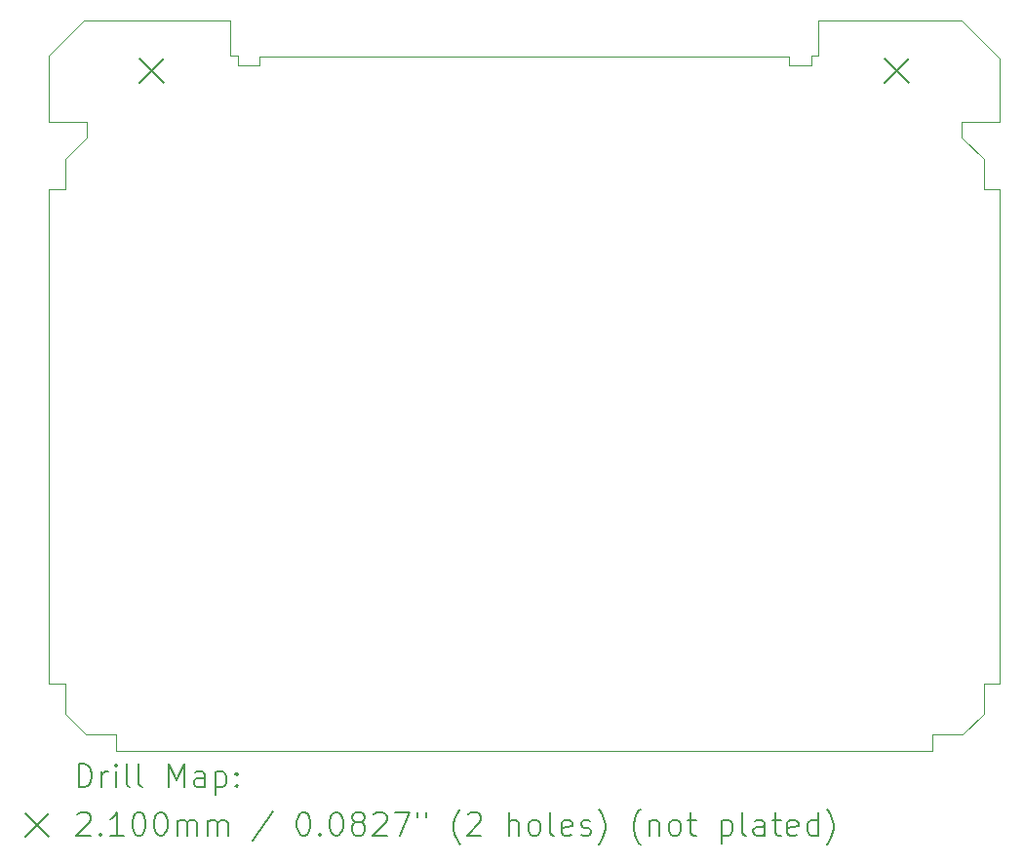
<source format=gbr>
%TF.GenerationSoftware,KiCad,Pcbnew,8.0.0*%
%TF.CreationDate,2024-02-27T09:21:44-08:00*%
%TF.ProjectId,BarnacleBoard,4261726e-6163-46c6-9542-6f6172642e6b,rev?*%
%TF.SameCoordinates,Original*%
%TF.FileFunction,Drillmap*%
%TF.FilePolarity,Positive*%
%FSLAX45Y45*%
G04 Gerber Fmt 4.5, Leading zero omitted, Abs format (unit mm)*
G04 Created by KiCad (PCBNEW 8.0.0) date 2024-02-27 09:21:44*
%MOMM*%
%LPD*%
G01*
G04 APERTURE LIST*
%ADD10C,0.050000*%
%ADD11C,0.200000*%
%ADD12C,0.210000*%
G04 APERTURE END LIST*
D10*
X6362700Y-18148300D02*
X6362700Y-18409920D01*
X6807200Y-18592800D02*
X6807200Y-18732500D01*
X12903200Y-12700000D02*
X12903200Y-12395200D01*
X6223000Y-13855700D02*
X6223000Y-18148300D01*
X14147800Y-13406120D02*
X14147800Y-13271500D01*
X7861300Y-12700000D02*
X7797800Y-12700000D01*
X6527800Y-12395200D02*
X6223000Y-12700000D01*
X6553200Y-13403580D02*
X6362700Y-13594080D01*
X12903200Y-12395200D02*
X14147800Y-12395200D01*
X7797800Y-12395200D02*
X6527800Y-12395200D01*
X14478000Y-12725400D02*
X14478000Y-13271500D01*
X6362700Y-18409920D02*
X6545580Y-18592800D01*
X6807200Y-18732500D02*
X13893800Y-18732500D01*
X6362700Y-13855700D02*
X6223000Y-13855700D01*
X14478000Y-13855700D02*
X14338300Y-13855700D01*
X6223000Y-18148300D02*
X6362700Y-18148300D01*
X14478000Y-18148300D02*
X14478000Y-13855700D01*
X14152880Y-18592800D02*
X14338300Y-18407380D01*
X6553200Y-13271500D02*
X6223000Y-13271500D01*
X14338300Y-18148300D02*
X14478000Y-18148300D01*
X14338300Y-18407380D02*
X14338300Y-18148300D01*
X13893800Y-18592800D02*
X14152880Y-18592800D01*
X14338300Y-13855700D02*
X14338300Y-13596620D01*
X13893800Y-18732500D02*
X13893800Y-18592800D01*
X6223000Y-12700000D02*
X6223000Y-13271500D01*
X6362700Y-13853160D02*
X6362700Y-13855700D01*
X6545580Y-18592800D02*
X6807200Y-18592800D01*
X14338300Y-13596620D02*
X14147800Y-13406120D01*
X6362700Y-13594080D02*
X6362700Y-13853160D01*
X6553200Y-13403580D02*
X6553200Y-13271500D01*
X14147800Y-12395200D02*
X14478000Y-12725400D01*
X14147800Y-13271500D02*
X14478000Y-13271500D01*
X12839700Y-12700000D02*
X12903200Y-12700000D01*
X7797800Y-12700000D02*
X7797800Y-12395200D01*
X7861300Y-12700000D02*
X7861300Y-12781800D01*
X7861500Y-12781800D02*
X8051500Y-12781800D01*
X8051500Y-12701800D02*
X12649500Y-12701800D01*
X8051500Y-12781800D02*
X8051500Y-12701800D01*
X12649500Y-12781800D02*
X12649500Y-12701800D01*
X12839500Y-12781800D02*
X12649500Y-12781800D01*
X12839700Y-12700000D02*
X12839700Y-12781800D01*
D11*
D12*
X7007000Y-12722000D02*
X7217000Y-12932000D01*
X7217000Y-12722000D02*
X7007000Y-12932000D01*
X13481460Y-12722000D02*
X13691460Y-12932000D01*
X13691460Y-12722000D02*
X13481460Y-12932000D01*
D11*
X6481277Y-19046484D02*
X6481277Y-18846484D01*
X6481277Y-18846484D02*
X6528896Y-18846484D01*
X6528896Y-18846484D02*
X6557467Y-18856008D01*
X6557467Y-18856008D02*
X6576515Y-18875055D01*
X6576515Y-18875055D02*
X6586039Y-18894103D01*
X6586039Y-18894103D02*
X6595562Y-18932198D01*
X6595562Y-18932198D02*
X6595562Y-18960770D01*
X6595562Y-18960770D02*
X6586039Y-18998865D01*
X6586039Y-18998865D02*
X6576515Y-19017912D01*
X6576515Y-19017912D02*
X6557467Y-19036960D01*
X6557467Y-19036960D02*
X6528896Y-19046484D01*
X6528896Y-19046484D02*
X6481277Y-19046484D01*
X6681277Y-19046484D02*
X6681277Y-18913150D01*
X6681277Y-18951246D02*
X6690801Y-18932198D01*
X6690801Y-18932198D02*
X6700324Y-18922674D01*
X6700324Y-18922674D02*
X6719372Y-18913150D01*
X6719372Y-18913150D02*
X6738420Y-18913150D01*
X6805086Y-19046484D02*
X6805086Y-18913150D01*
X6805086Y-18846484D02*
X6795562Y-18856008D01*
X6795562Y-18856008D02*
X6805086Y-18865531D01*
X6805086Y-18865531D02*
X6814610Y-18856008D01*
X6814610Y-18856008D02*
X6805086Y-18846484D01*
X6805086Y-18846484D02*
X6805086Y-18865531D01*
X6928896Y-19046484D02*
X6909848Y-19036960D01*
X6909848Y-19036960D02*
X6900324Y-19017912D01*
X6900324Y-19017912D02*
X6900324Y-18846484D01*
X7033658Y-19046484D02*
X7014610Y-19036960D01*
X7014610Y-19036960D02*
X7005086Y-19017912D01*
X7005086Y-19017912D02*
X7005086Y-18846484D01*
X7262229Y-19046484D02*
X7262229Y-18846484D01*
X7262229Y-18846484D02*
X7328896Y-18989341D01*
X7328896Y-18989341D02*
X7395562Y-18846484D01*
X7395562Y-18846484D02*
X7395562Y-19046484D01*
X7576515Y-19046484D02*
X7576515Y-18941722D01*
X7576515Y-18941722D02*
X7566991Y-18922674D01*
X7566991Y-18922674D02*
X7547943Y-18913150D01*
X7547943Y-18913150D02*
X7509848Y-18913150D01*
X7509848Y-18913150D02*
X7490801Y-18922674D01*
X7576515Y-19036960D02*
X7557467Y-19046484D01*
X7557467Y-19046484D02*
X7509848Y-19046484D01*
X7509848Y-19046484D02*
X7490801Y-19036960D01*
X7490801Y-19036960D02*
X7481277Y-19017912D01*
X7481277Y-19017912D02*
X7481277Y-18998865D01*
X7481277Y-18998865D02*
X7490801Y-18979817D01*
X7490801Y-18979817D02*
X7509848Y-18970293D01*
X7509848Y-18970293D02*
X7557467Y-18970293D01*
X7557467Y-18970293D02*
X7576515Y-18960770D01*
X7671753Y-18913150D02*
X7671753Y-19113150D01*
X7671753Y-18922674D02*
X7690801Y-18913150D01*
X7690801Y-18913150D02*
X7728896Y-18913150D01*
X7728896Y-18913150D02*
X7747943Y-18922674D01*
X7747943Y-18922674D02*
X7757467Y-18932198D01*
X7757467Y-18932198D02*
X7766991Y-18951246D01*
X7766991Y-18951246D02*
X7766991Y-19008389D01*
X7766991Y-19008389D02*
X7757467Y-19027436D01*
X7757467Y-19027436D02*
X7747943Y-19036960D01*
X7747943Y-19036960D02*
X7728896Y-19046484D01*
X7728896Y-19046484D02*
X7690801Y-19046484D01*
X7690801Y-19046484D02*
X7671753Y-19036960D01*
X7852705Y-19027436D02*
X7862229Y-19036960D01*
X7862229Y-19036960D02*
X7852705Y-19046484D01*
X7852705Y-19046484D02*
X7843182Y-19036960D01*
X7843182Y-19036960D02*
X7852705Y-19027436D01*
X7852705Y-19027436D02*
X7852705Y-19046484D01*
X7852705Y-18922674D02*
X7862229Y-18932198D01*
X7862229Y-18932198D02*
X7852705Y-18941722D01*
X7852705Y-18941722D02*
X7843182Y-18932198D01*
X7843182Y-18932198D02*
X7852705Y-18922674D01*
X7852705Y-18922674D02*
X7852705Y-18941722D01*
X6020500Y-19275000D02*
X6220500Y-19475000D01*
X6220500Y-19275000D02*
X6020500Y-19475000D01*
X6471753Y-19285531D02*
X6481277Y-19276008D01*
X6481277Y-19276008D02*
X6500324Y-19266484D01*
X6500324Y-19266484D02*
X6547943Y-19266484D01*
X6547943Y-19266484D02*
X6566991Y-19276008D01*
X6566991Y-19276008D02*
X6576515Y-19285531D01*
X6576515Y-19285531D02*
X6586039Y-19304579D01*
X6586039Y-19304579D02*
X6586039Y-19323627D01*
X6586039Y-19323627D02*
X6576515Y-19352198D01*
X6576515Y-19352198D02*
X6462229Y-19466484D01*
X6462229Y-19466484D02*
X6586039Y-19466484D01*
X6671753Y-19447436D02*
X6681277Y-19456960D01*
X6681277Y-19456960D02*
X6671753Y-19466484D01*
X6671753Y-19466484D02*
X6662229Y-19456960D01*
X6662229Y-19456960D02*
X6671753Y-19447436D01*
X6671753Y-19447436D02*
X6671753Y-19466484D01*
X6871753Y-19466484D02*
X6757467Y-19466484D01*
X6814610Y-19466484D02*
X6814610Y-19266484D01*
X6814610Y-19266484D02*
X6795562Y-19295055D01*
X6795562Y-19295055D02*
X6776515Y-19314103D01*
X6776515Y-19314103D02*
X6757467Y-19323627D01*
X6995562Y-19266484D02*
X7014610Y-19266484D01*
X7014610Y-19266484D02*
X7033658Y-19276008D01*
X7033658Y-19276008D02*
X7043182Y-19285531D01*
X7043182Y-19285531D02*
X7052705Y-19304579D01*
X7052705Y-19304579D02*
X7062229Y-19342674D01*
X7062229Y-19342674D02*
X7062229Y-19390293D01*
X7062229Y-19390293D02*
X7052705Y-19428389D01*
X7052705Y-19428389D02*
X7043182Y-19447436D01*
X7043182Y-19447436D02*
X7033658Y-19456960D01*
X7033658Y-19456960D02*
X7014610Y-19466484D01*
X7014610Y-19466484D02*
X6995562Y-19466484D01*
X6995562Y-19466484D02*
X6976515Y-19456960D01*
X6976515Y-19456960D02*
X6966991Y-19447436D01*
X6966991Y-19447436D02*
X6957467Y-19428389D01*
X6957467Y-19428389D02*
X6947943Y-19390293D01*
X6947943Y-19390293D02*
X6947943Y-19342674D01*
X6947943Y-19342674D02*
X6957467Y-19304579D01*
X6957467Y-19304579D02*
X6966991Y-19285531D01*
X6966991Y-19285531D02*
X6976515Y-19276008D01*
X6976515Y-19276008D02*
X6995562Y-19266484D01*
X7186039Y-19266484D02*
X7205086Y-19266484D01*
X7205086Y-19266484D02*
X7224134Y-19276008D01*
X7224134Y-19276008D02*
X7233658Y-19285531D01*
X7233658Y-19285531D02*
X7243182Y-19304579D01*
X7243182Y-19304579D02*
X7252705Y-19342674D01*
X7252705Y-19342674D02*
X7252705Y-19390293D01*
X7252705Y-19390293D02*
X7243182Y-19428389D01*
X7243182Y-19428389D02*
X7233658Y-19447436D01*
X7233658Y-19447436D02*
X7224134Y-19456960D01*
X7224134Y-19456960D02*
X7205086Y-19466484D01*
X7205086Y-19466484D02*
X7186039Y-19466484D01*
X7186039Y-19466484D02*
X7166991Y-19456960D01*
X7166991Y-19456960D02*
X7157467Y-19447436D01*
X7157467Y-19447436D02*
X7147943Y-19428389D01*
X7147943Y-19428389D02*
X7138420Y-19390293D01*
X7138420Y-19390293D02*
X7138420Y-19342674D01*
X7138420Y-19342674D02*
X7147943Y-19304579D01*
X7147943Y-19304579D02*
X7157467Y-19285531D01*
X7157467Y-19285531D02*
X7166991Y-19276008D01*
X7166991Y-19276008D02*
X7186039Y-19266484D01*
X7338420Y-19466484D02*
X7338420Y-19333150D01*
X7338420Y-19352198D02*
X7347943Y-19342674D01*
X7347943Y-19342674D02*
X7366991Y-19333150D01*
X7366991Y-19333150D02*
X7395563Y-19333150D01*
X7395563Y-19333150D02*
X7414610Y-19342674D01*
X7414610Y-19342674D02*
X7424134Y-19361722D01*
X7424134Y-19361722D02*
X7424134Y-19466484D01*
X7424134Y-19361722D02*
X7433658Y-19342674D01*
X7433658Y-19342674D02*
X7452705Y-19333150D01*
X7452705Y-19333150D02*
X7481277Y-19333150D01*
X7481277Y-19333150D02*
X7500324Y-19342674D01*
X7500324Y-19342674D02*
X7509848Y-19361722D01*
X7509848Y-19361722D02*
X7509848Y-19466484D01*
X7605086Y-19466484D02*
X7605086Y-19333150D01*
X7605086Y-19352198D02*
X7614610Y-19342674D01*
X7614610Y-19342674D02*
X7633658Y-19333150D01*
X7633658Y-19333150D02*
X7662229Y-19333150D01*
X7662229Y-19333150D02*
X7681277Y-19342674D01*
X7681277Y-19342674D02*
X7690801Y-19361722D01*
X7690801Y-19361722D02*
X7690801Y-19466484D01*
X7690801Y-19361722D02*
X7700324Y-19342674D01*
X7700324Y-19342674D02*
X7719372Y-19333150D01*
X7719372Y-19333150D02*
X7747943Y-19333150D01*
X7747943Y-19333150D02*
X7766991Y-19342674D01*
X7766991Y-19342674D02*
X7776515Y-19361722D01*
X7776515Y-19361722D02*
X7776515Y-19466484D01*
X8166991Y-19256960D02*
X7995563Y-19514103D01*
X8424134Y-19266484D02*
X8443182Y-19266484D01*
X8443182Y-19266484D02*
X8462229Y-19276008D01*
X8462229Y-19276008D02*
X8471753Y-19285531D01*
X8471753Y-19285531D02*
X8481277Y-19304579D01*
X8481277Y-19304579D02*
X8490801Y-19342674D01*
X8490801Y-19342674D02*
X8490801Y-19390293D01*
X8490801Y-19390293D02*
X8481277Y-19428389D01*
X8481277Y-19428389D02*
X8471753Y-19447436D01*
X8471753Y-19447436D02*
X8462229Y-19456960D01*
X8462229Y-19456960D02*
X8443182Y-19466484D01*
X8443182Y-19466484D02*
X8424134Y-19466484D01*
X8424134Y-19466484D02*
X8405087Y-19456960D01*
X8405087Y-19456960D02*
X8395563Y-19447436D01*
X8395563Y-19447436D02*
X8386039Y-19428389D01*
X8386039Y-19428389D02*
X8376515Y-19390293D01*
X8376515Y-19390293D02*
X8376515Y-19342674D01*
X8376515Y-19342674D02*
X8386039Y-19304579D01*
X8386039Y-19304579D02*
X8395563Y-19285531D01*
X8395563Y-19285531D02*
X8405087Y-19276008D01*
X8405087Y-19276008D02*
X8424134Y-19266484D01*
X8576515Y-19447436D02*
X8586039Y-19456960D01*
X8586039Y-19456960D02*
X8576515Y-19466484D01*
X8576515Y-19466484D02*
X8566991Y-19456960D01*
X8566991Y-19456960D02*
X8576515Y-19447436D01*
X8576515Y-19447436D02*
X8576515Y-19466484D01*
X8709848Y-19266484D02*
X8728896Y-19266484D01*
X8728896Y-19266484D02*
X8747944Y-19276008D01*
X8747944Y-19276008D02*
X8757468Y-19285531D01*
X8757468Y-19285531D02*
X8766991Y-19304579D01*
X8766991Y-19304579D02*
X8776515Y-19342674D01*
X8776515Y-19342674D02*
X8776515Y-19390293D01*
X8776515Y-19390293D02*
X8766991Y-19428389D01*
X8766991Y-19428389D02*
X8757468Y-19447436D01*
X8757468Y-19447436D02*
X8747944Y-19456960D01*
X8747944Y-19456960D02*
X8728896Y-19466484D01*
X8728896Y-19466484D02*
X8709848Y-19466484D01*
X8709848Y-19466484D02*
X8690801Y-19456960D01*
X8690801Y-19456960D02*
X8681277Y-19447436D01*
X8681277Y-19447436D02*
X8671753Y-19428389D01*
X8671753Y-19428389D02*
X8662229Y-19390293D01*
X8662229Y-19390293D02*
X8662229Y-19342674D01*
X8662229Y-19342674D02*
X8671753Y-19304579D01*
X8671753Y-19304579D02*
X8681277Y-19285531D01*
X8681277Y-19285531D02*
X8690801Y-19276008D01*
X8690801Y-19276008D02*
X8709848Y-19266484D01*
X8890801Y-19352198D02*
X8871753Y-19342674D01*
X8871753Y-19342674D02*
X8862229Y-19333150D01*
X8862229Y-19333150D02*
X8852706Y-19314103D01*
X8852706Y-19314103D02*
X8852706Y-19304579D01*
X8852706Y-19304579D02*
X8862229Y-19285531D01*
X8862229Y-19285531D02*
X8871753Y-19276008D01*
X8871753Y-19276008D02*
X8890801Y-19266484D01*
X8890801Y-19266484D02*
X8928896Y-19266484D01*
X8928896Y-19266484D02*
X8947944Y-19276008D01*
X8947944Y-19276008D02*
X8957468Y-19285531D01*
X8957468Y-19285531D02*
X8966991Y-19304579D01*
X8966991Y-19304579D02*
X8966991Y-19314103D01*
X8966991Y-19314103D02*
X8957468Y-19333150D01*
X8957468Y-19333150D02*
X8947944Y-19342674D01*
X8947944Y-19342674D02*
X8928896Y-19352198D01*
X8928896Y-19352198D02*
X8890801Y-19352198D01*
X8890801Y-19352198D02*
X8871753Y-19361722D01*
X8871753Y-19361722D02*
X8862229Y-19371246D01*
X8862229Y-19371246D02*
X8852706Y-19390293D01*
X8852706Y-19390293D02*
X8852706Y-19428389D01*
X8852706Y-19428389D02*
X8862229Y-19447436D01*
X8862229Y-19447436D02*
X8871753Y-19456960D01*
X8871753Y-19456960D02*
X8890801Y-19466484D01*
X8890801Y-19466484D02*
X8928896Y-19466484D01*
X8928896Y-19466484D02*
X8947944Y-19456960D01*
X8947944Y-19456960D02*
X8957468Y-19447436D01*
X8957468Y-19447436D02*
X8966991Y-19428389D01*
X8966991Y-19428389D02*
X8966991Y-19390293D01*
X8966991Y-19390293D02*
X8957468Y-19371246D01*
X8957468Y-19371246D02*
X8947944Y-19361722D01*
X8947944Y-19361722D02*
X8928896Y-19352198D01*
X9043182Y-19285531D02*
X9052706Y-19276008D01*
X9052706Y-19276008D02*
X9071753Y-19266484D01*
X9071753Y-19266484D02*
X9119372Y-19266484D01*
X9119372Y-19266484D02*
X9138420Y-19276008D01*
X9138420Y-19276008D02*
X9147944Y-19285531D01*
X9147944Y-19285531D02*
X9157468Y-19304579D01*
X9157468Y-19304579D02*
X9157468Y-19323627D01*
X9157468Y-19323627D02*
X9147944Y-19352198D01*
X9147944Y-19352198D02*
X9033658Y-19466484D01*
X9033658Y-19466484D02*
X9157468Y-19466484D01*
X9224134Y-19266484D02*
X9357468Y-19266484D01*
X9357468Y-19266484D02*
X9271753Y-19466484D01*
X9424134Y-19266484D02*
X9424134Y-19304579D01*
X9500325Y-19266484D02*
X9500325Y-19304579D01*
X9795563Y-19542674D02*
X9786039Y-19533150D01*
X9786039Y-19533150D02*
X9766991Y-19504579D01*
X9766991Y-19504579D02*
X9757468Y-19485531D01*
X9757468Y-19485531D02*
X9747944Y-19456960D01*
X9747944Y-19456960D02*
X9738420Y-19409341D01*
X9738420Y-19409341D02*
X9738420Y-19371246D01*
X9738420Y-19371246D02*
X9747944Y-19323627D01*
X9747944Y-19323627D02*
X9757468Y-19295055D01*
X9757468Y-19295055D02*
X9766991Y-19276008D01*
X9766991Y-19276008D02*
X9786039Y-19247436D01*
X9786039Y-19247436D02*
X9795563Y-19237912D01*
X9862230Y-19285531D02*
X9871753Y-19276008D01*
X9871753Y-19276008D02*
X9890801Y-19266484D01*
X9890801Y-19266484D02*
X9938420Y-19266484D01*
X9938420Y-19266484D02*
X9957468Y-19276008D01*
X9957468Y-19276008D02*
X9966991Y-19285531D01*
X9966991Y-19285531D02*
X9976515Y-19304579D01*
X9976515Y-19304579D02*
X9976515Y-19323627D01*
X9976515Y-19323627D02*
X9966991Y-19352198D01*
X9966991Y-19352198D02*
X9852706Y-19466484D01*
X9852706Y-19466484D02*
X9976515Y-19466484D01*
X10214611Y-19466484D02*
X10214611Y-19266484D01*
X10300325Y-19466484D02*
X10300325Y-19361722D01*
X10300325Y-19361722D02*
X10290801Y-19342674D01*
X10290801Y-19342674D02*
X10271753Y-19333150D01*
X10271753Y-19333150D02*
X10243182Y-19333150D01*
X10243182Y-19333150D02*
X10224134Y-19342674D01*
X10224134Y-19342674D02*
X10214611Y-19352198D01*
X10424134Y-19466484D02*
X10405087Y-19456960D01*
X10405087Y-19456960D02*
X10395563Y-19447436D01*
X10395563Y-19447436D02*
X10386039Y-19428389D01*
X10386039Y-19428389D02*
X10386039Y-19371246D01*
X10386039Y-19371246D02*
X10395563Y-19352198D01*
X10395563Y-19352198D02*
X10405087Y-19342674D01*
X10405087Y-19342674D02*
X10424134Y-19333150D01*
X10424134Y-19333150D02*
X10452706Y-19333150D01*
X10452706Y-19333150D02*
X10471753Y-19342674D01*
X10471753Y-19342674D02*
X10481277Y-19352198D01*
X10481277Y-19352198D02*
X10490801Y-19371246D01*
X10490801Y-19371246D02*
X10490801Y-19428389D01*
X10490801Y-19428389D02*
X10481277Y-19447436D01*
X10481277Y-19447436D02*
X10471753Y-19456960D01*
X10471753Y-19456960D02*
X10452706Y-19466484D01*
X10452706Y-19466484D02*
X10424134Y-19466484D01*
X10605087Y-19466484D02*
X10586039Y-19456960D01*
X10586039Y-19456960D02*
X10576515Y-19437912D01*
X10576515Y-19437912D02*
X10576515Y-19266484D01*
X10757468Y-19456960D02*
X10738420Y-19466484D01*
X10738420Y-19466484D02*
X10700325Y-19466484D01*
X10700325Y-19466484D02*
X10681277Y-19456960D01*
X10681277Y-19456960D02*
X10671753Y-19437912D01*
X10671753Y-19437912D02*
X10671753Y-19361722D01*
X10671753Y-19361722D02*
X10681277Y-19342674D01*
X10681277Y-19342674D02*
X10700325Y-19333150D01*
X10700325Y-19333150D02*
X10738420Y-19333150D01*
X10738420Y-19333150D02*
X10757468Y-19342674D01*
X10757468Y-19342674D02*
X10766992Y-19361722D01*
X10766992Y-19361722D02*
X10766992Y-19380770D01*
X10766992Y-19380770D02*
X10671753Y-19399817D01*
X10843182Y-19456960D02*
X10862230Y-19466484D01*
X10862230Y-19466484D02*
X10900325Y-19466484D01*
X10900325Y-19466484D02*
X10919373Y-19456960D01*
X10919373Y-19456960D02*
X10928896Y-19437912D01*
X10928896Y-19437912D02*
X10928896Y-19428389D01*
X10928896Y-19428389D02*
X10919373Y-19409341D01*
X10919373Y-19409341D02*
X10900325Y-19399817D01*
X10900325Y-19399817D02*
X10871753Y-19399817D01*
X10871753Y-19399817D02*
X10852706Y-19390293D01*
X10852706Y-19390293D02*
X10843182Y-19371246D01*
X10843182Y-19371246D02*
X10843182Y-19361722D01*
X10843182Y-19361722D02*
X10852706Y-19342674D01*
X10852706Y-19342674D02*
X10871753Y-19333150D01*
X10871753Y-19333150D02*
X10900325Y-19333150D01*
X10900325Y-19333150D02*
X10919373Y-19342674D01*
X10995563Y-19542674D02*
X11005087Y-19533150D01*
X11005087Y-19533150D02*
X11024134Y-19504579D01*
X11024134Y-19504579D02*
X11033658Y-19485531D01*
X11033658Y-19485531D02*
X11043182Y-19456960D01*
X11043182Y-19456960D02*
X11052706Y-19409341D01*
X11052706Y-19409341D02*
X11052706Y-19371246D01*
X11052706Y-19371246D02*
X11043182Y-19323627D01*
X11043182Y-19323627D02*
X11033658Y-19295055D01*
X11033658Y-19295055D02*
X11024134Y-19276008D01*
X11024134Y-19276008D02*
X11005087Y-19247436D01*
X11005087Y-19247436D02*
X10995563Y-19237912D01*
X11357468Y-19542674D02*
X11347944Y-19533150D01*
X11347944Y-19533150D02*
X11328896Y-19504579D01*
X11328896Y-19504579D02*
X11319372Y-19485531D01*
X11319372Y-19485531D02*
X11309849Y-19456960D01*
X11309849Y-19456960D02*
X11300325Y-19409341D01*
X11300325Y-19409341D02*
X11300325Y-19371246D01*
X11300325Y-19371246D02*
X11309849Y-19323627D01*
X11309849Y-19323627D02*
X11319372Y-19295055D01*
X11319372Y-19295055D02*
X11328896Y-19276008D01*
X11328896Y-19276008D02*
X11347944Y-19247436D01*
X11347944Y-19247436D02*
X11357468Y-19237912D01*
X11433658Y-19333150D02*
X11433658Y-19466484D01*
X11433658Y-19352198D02*
X11443182Y-19342674D01*
X11443182Y-19342674D02*
X11462230Y-19333150D01*
X11462230Y-19333150D02*
X11490801Y-19333150D01*
X11490801Y-19333150D02*
X11509849Y-19342674D01*
X11509849Y-19342674D02*
X11519372Y-19361722D01*
X11519372Y-19361722D02*
X11519372Y-19466484D01*
X11643182Y-19466484D02*
X11624134Y-19456960D01*
X11624134Y-19456960D02*
X11614611Y-19447436D01*
X11614611Y-19447436D02*
X11605087Y-19428389D01*
X11605087Y-19428389D02*
X11605087Y-19371246D01*
X11605087Y-19371246D02*
X11614611Y-19352198D01*
X11614611Y-19352198D02*
X11624134Y-19342674D01*
X11624134Y-19342674D02*
X11643182Y-19333150D01*
X11643182Y-19333150D02*
X11671753Y-19333150D01*
X11671753Y-19333150D02*
X11690801Y-19342674D01*
X11690801Y-19342674D02*
X11700325Y-19352198D01*
X11700325Y-19352198D02*
X11709849Y-19371246D01*
X11709849Y-19371246D02*
X11709849Y-19428389D01*
X11709849Y-19428389D02*
X11700325Y-19447436D01*
X11700325Y-19447436D02*
X11690801Y-19456960D01*
X11690801Y-19456960D02*
X11671753Y-19466484D01*
X11671753Y-19466484D02*
X11643182Y-19466484D01*
X11766992Y-19333150D02*
X11843182Y-19333150D01*
X11795563Y-19266484D02*
X11795563Y-19437912D01*
X11795563Y-19437912D02*
X11805087Y-19456960D01*
X11805087Y-19456960D02*
X11824134Y-19466484D01*
X11824134Y-19466484D02*
X11843182Y-19466484D01*
X12062230Y-19333150D02*
X12062230Y-19533150D01*
X12062230Y-19342674D02*
X12081277Y-19333150D01*
X12081277Y-19333150D02*
X12119373Y-19333150D01*
X12119373Y-19333150D02*
X12138420Y-19342674D01*
X12138420Y-19342674D02*
X12147944Y-19352198D01*
X12147944Y-19352198D02*
X12157468Y-19371246D01*
X12157468Y-19371246D02*
X12157468Y-19428389D01*
X12157468Y-19428389D02*
X12147944Y-19447436D01*
X12147944Y-19447436D02*
X12138420Y-19456960D01*
X12138420Y-19456960D02*
X12119373Y-19466484D01*
X12119373Y-19466484D02*
X12081277Y-19466484D01*
X12081277Y-19466484D02*
X12062230Y-19456960D01*
X12271753Y-19466484D02*
X12252706Y-19456960D01*
X12252706Y-19456960D02*
X12243182Y-19437912D01*
X12243182Y-19437912D02*
X12243182Y-19266484D01*
X12433658Y-19466484D02*
X12433658Y-19361722D01*
X12433658Y-19361722D02*
X12424134Y-19342674D01*
X12424134Y-19342674D02*
X12405087Y-19333150D01*
X12405087Y-19333150D02*
X12366992Y-19333150D01*
X12366992Y-19333150D02*
X12347944Y-19342674D01*
X12433658Y-19456960D02*
X12414611Y-19466484D01*
X12414611Y-19466484D02*
X12366992Y-19466484D01*
X12366992Y-19466484D02*
X12347944Y-19456960D01*
X12347944Y-19456960D02*
X12338420Y-19437912D01*
X12338420Y-19437912D02*
X12338420Y-19418865D01*
X12338420Y-19418865D02*
X12347944Y-19399817D01*
X12347944Y-19399817D02*
X12366992Y-19390293D01*
X12366992Y-19390293D02*
X12414611Y-19390293D01*
X12414611Y-19390293D02*
X12433658Y-19380770D01*
X12500325Y-19333150D02*
X12576515Y-19333150D01*
X12528896Y-19266484D02*
X12528896Y-19437912D01*
X12528896Y-19437912D02*
X12538420Y-19456960D01*
X12538420Y-19456960D02*
X12557468Y-19466484D01*
X12557468Y-19466484D02*
X12576515Y-19466484D01*
X12719373Y-19456960D02*
X12700325Y-19466484D01*
X12700325Y-19466484D02*
X12662230Y-19466484D01*
X12662230Y-19466484D02*
X12643182Y-19456960D01*
X12643182Y-19456960D02*
X12633658Y-19437912D01*
X12633658Y-19437912D02*
X12633658Y-19361722D01*
X12633658Y-19361722D02*
X12643182Y-19342674D01*
X12643182Y-19342674D02*
X12662230Y-19333150D01*
X12662230Y-19333150D02*
X12700325Y-19333150D01*
X12700325Y-19333150D02*
X12719373Y-19342674D01*
X12719373Y-19342674D02*
X12728896Y-19361722D01*
X12728896Y-19361722D02*
X12728896Y-19380770D01*
X12728896Y-19380770D02*
X12633658Y-19399817D01*
X12900325Y-19466484D02*
X12900325Y-19266484D01*
X12900325Y-19456960D02*
X12881277Y-19466484D01*
X12881277Y-19466484D02*
X12843182Y-19466484D01*
X12843182Y-19466484D02*
X12824134Y-19456960D01*
X12824134Y-19456960D02*
X12814611Y-19447436D01*
X12814611Y-19447436D02*
X12805087Y-19428389D01*
X12805087Y-19428389D02*
X12805087Y-19371246D01*
X12805087Y-19371246D02*
X12814611Y-19352198D01*
X12814611Y-19352198D02*
X12824134Y-19342674D01*
X12824134Y-19342674D02*
X12843182Y-19333150D01*
X12843182Y-19333150D02*
X12881277Y-19333150D01*
X12881277Y-19333150D02*
X12900325Y-19342674D01*
X12976515Y-19542674D02*
X12986039Y-19533150D01*
X12986039Y-19533150D02*
X13005087Y-19504579D01*
X13005087Y-19504579D02*
X13014611Y-19485531D01*
X13014611Y-19485531D02*
X13024134Y-19456960D01*
X13024134Y-19456960D02*
X13033658Y-19409341D01*
X13033658Y-19409341D02*
X13033658Y-19371246D01*
X13033658Y-19371246D02*
X13024134Y-19323627D01*
X13024134Y-19323627D02*
X13014611Y-19295055D01*
X13014611Y-19295055D02*
X13005087Y-19276008D01*
X13005087Y-19276008D02*
X12986039Y-19247436D01*
X12986039Y-19247436D02*
X12976515Y-19237912D01*
M02*

</source>
